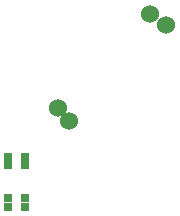
<source format=gbr>
G04 DipTrace 2.3.1.0*
%INBottomMask.gbr*%
%MOIN*%
%ADD21C,0.06*%
%ADD49R,0.0276X0.0276*%
%FSLAX44Y44*%
G04*
G70*
G90*
G75*
G01*
%LNBotMask*%
%LPD*%
D49*
X4855Y5945D3*
Y6225D3*
X4293Y5945D3*
Y6225D3*
X4855Y4570D3*
Y4850D3*
X4293Y4570D3*
Y4850D3*
D21*
X9000Y11000D3*
X9562Y10625D3*
X5937Y7874D3*
X6312Y7437D3*
M02*

</source>
